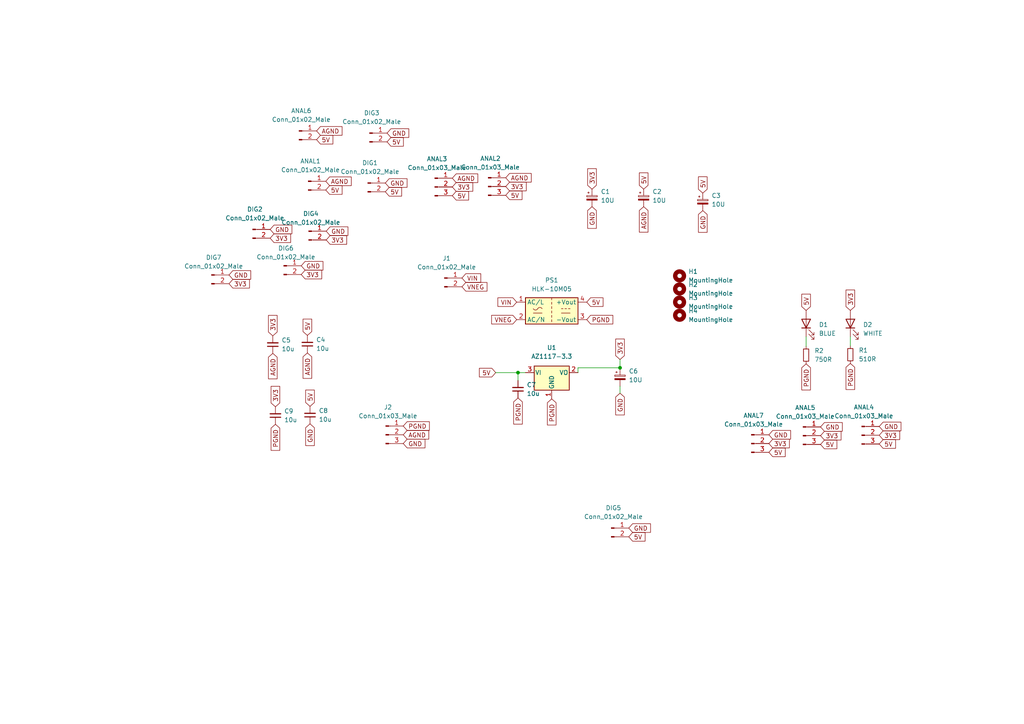
<source format=kicad_sch>
(kicad_sch (version 20230121) (generator eeschema)
  (paper "A4")
  (lib_symbols
    (symbol "Connector:Conn_01x02_Male" (pin_names (offset 1.016) hide)
      (property "Reference" "J" (at 0 2.54 0))
      (property "Value" "Conn_01x02_Male" (at 0 -5.08 0))
      (symbol "Conn_01x02_Male_1_1"
        (polyline (pts (xy 1.27 -2.54) (xy 0.8636 -2.54)) (stroke (width 0.1524)))
        (polyline (pts (xy 1.27 0) (xy 0.8636 0)) (stroke (width 0.1524)))
        (rectangle (start 0.8636 -2.413) (end 0 -2.667) (stroke (width 0.1524)) (fill (type outline)))
        (rectangle (start 0.8636 0.127) (end 0 -0.127) (stroke (width 0.1524)) (fill (type outline)))
        (pin passive line (at 5.08 0 180) (length 3.81) (name "Pin_1") (number "1"))
        (pin passive line (at 5.08 -2.54 180) (length 3.81) (name "Pin_2") (number "2"))
      )
    )
    (symbol "Connector:Conn_01x03_Male" (pin_names (offset 1.016) hide)
      (property "Reference" "J" (at 0 5.08 0))
      (property "Value" "Conn_01x03_Male" (at 0 -5.08 0))
      (symbol "Conn_01x03_Male_1_1"
        (polyline (pts (xy 1.27 -2.54) (xy 0.8636 -2.54)) (stroke (width 0.1524)))
        (polyline (pts (xy 1.27 0) (xy 0.8636 0)) (stroke (width 0.1524)))
        (polyline (pts (xy 1.27 2.54) (xy 0.8636 2.54)) (stroke (width 0.1524)))
        (rectangle (start 0.8636 -2.413) (end 0 -2.667) (stroke (width 0.1524)) (fill (type outline)))
        (rectangle (start 0.8636 0.127) (end 0 -0.127) (stroke (width 0.1524)) (fill (type outline)))
        (rectangle (start 0.8636 2.667) (end 0 2.413) (stroke (width 0.1524)) (fill (type outline)))
        (pin passive line (at 5.08 2.54 180) (length 3.81) (name "Pin_1") (number "1"))
        (pin passive line (at 5.08 0 180) (length 3.81) (name "Pin_2") (number "2"))
        (pin passive line (at 5.08 -2.54 180) (length 3.81) (name "Pin_3") (number "3"))
      )
    )
    (symbol "Converter_ACDC:HLK-PM12"
      (property "Reference" "PS" (at 0 5.08 0))
      (property "Value" "HLK-PM12" (at 0 -5.08 0))
      (symbol "HLK-PM12_0_1"
        (rectangle (start -7.62 3.81) (end 7.62 -3.81) (stroke (width 0.254)) (fill (type background)))
        (arc (start -5.334 0.635) (mid -4.699 0.2495) (end -4.064 0.635))
        (arc (start -2.794 0.635) (mid -3.429 1.0072) (end -4.064 0.635))
        (polyline (pts (xy -5.334 -0.635) (xy -2.794 -0.635)))
        (polyline (pts (xy 0 -2.54) (xy 0 -3.175)))
        (polyline (pts (xy 0 -1.27) (xy 0 -1.905)))
        (polyline (pts (xy 0 0) (xy 0 -0.635)))
        (polyline (pts (xy 0 1.27) (xy 0 0.635)))
        (polyline (pts (xy 0 2.54) (xy 0 1.905)))
        (polyline (pts (xy 0 3.81) (xy 0 3.175)))
        (polyline (pts (xy 2.794 -0.635) (xy 5.334 -0.635)))
        (polyline (pts (xy 2.794 0.635) (xy 3.302 0.635)))
        (polyline (pts (xy 3.81 0.635) (xy 4.318 0.635)))
        (polyline (pts (xy 4.826 0.635) (xy 5.334 0.635)))
      )
      (symbol "HLK-PM12_1_1"
        (pin power_in line (at -10.16 2.54 0) (length 2.54) (name "AC/L") (number "1"))
        (pin power_in line (at -10.16 -2.54 0) (length 2.54) (name "AC/N") (number "2"))
        (pin power_out line (at 10.16 -2.54 180) (length 2.54) (name "-Vout") (number "3"))
        (pin power_out line (at 10.16 2.54 180) (length 2.54) (name "+Vout") (number "4"))
      )
    )
    (symbol "Device:C_Polarized_Small" (pin_numbers hide) (pin_names (offset 0.254) hide)
      (property "Reference" "C" (at 0.254 1.778 0))
      (property "Value" "C_Polarized_Small" (at 0.254 -2.032 0))
      (symbol "C_Polarized_Small_0_1"
        (rectangle (start -1.524 -0.3048) (end 1.524 -0.6858) (fill (type outline)))
        (rectangle (start -1.524 0.6858) (end 1.524 0.3048))
        (polyline (pts (xy -1.27 1.524) (xy -0.762 1.524)))
        (polyline (pts (xy -1.016 1.27) (xy -1.016 1.778)))
      )
      (symbol "C_Polarized_Small_1_1"
        (pin passive line (at 0 2.54 270) (length 1.8542) (name "~") (number "1"))
        (pin passive line (at 0 -2.54 90) (length 1.8542) (name "~") (number "2"))
      )
    )
    (symbol "Device:C_Small" (pin_numbers hide) (pin_names (offset 0.254) hide)
      (property "Reference" "C" (at 0.254 1.778 0))
      (property "Value" "C_Small" (at 0.254 -2.032 0))
      (symbol "C_Small_0_1"
        (polyline (pts (xy -1.524 -0.508) (xy 1.524 -0.508)) (stroke (width 0.3302)))
        (polyline (pts (xy -1.524 0.508) (xy 1.524 0.508)) (stroke (width 0.3048)))
      )
      (symbol "C_Small_1_1"
        (pin passive line (at 0 2.54 270) (length 2.032) (name "~") (number "1"))
        (pin passive line (at 0 -2.54 90) (length 2.032) (name "~") (number "2"))
      )
    )
    (symbol "Device:LED" (pin_numbers hide) (pin_names (offset 1.016) hide)
      (property "Reference" "D" (at 0 2.54 0))
      (property "Value" "LED" (at 0 -2.54 0))
      (symbol "LED_0_1"
        (polyline (pts (xy -1.27 -1.27) (xy -1.27 1.27)) (stroke (width 0.254)))
        (polyline (pts (xy -1.27 0) (xy 1.27 0)))
        (polyline (pts (xy 1.27 -1.27) (xy 1.27 1.27) (xy -1.27 0) (xy 1.27 -1.27)) (stroke (width 0.254)))
        (polyline (pts (xy -3.048 -0.762) (xy -4.572 -2.286) (xy -3.81 -2.286) (xy -4.572 -2.286) (xy -4.572 -1.524)))
        (polyline (pts (xy -1.778 -0.762) (xy -3.302 -2.286) (xy -2.54 -2.286) (xy -3.302 -2.286) (xy -3.302 -1.524)))
      )
      (symbol "LED_1_1"
        (pin passive line (at -3.81 0 0) (length 2.54) (name "K") (number "1"))
        (pin passive line (at 3.81 0 180) (length 2.54) (name "A") (number "2"))
      )
    )
    (symbol "Device:R_Small" (pin_numbers hide) (pin_names (offset 0.254) hide)
      (property "Reference" "R" (at 0.762 0.508 0))
      (property "Value" "R_Small" (at 0.762 -1.016 0))
      (symbol "R_Small_0_1"
        (rectangle (start -0.762 1.778) (end 0.762 -1.778) (stroke (width 0.2032)))
      )
      (symbol "R_Small_1_1"
        (pin passive line (at 0 2.54 270) (length 0.762) (name "~") (number "1"))
        (pin passive line (at 0 -2.54 90) (length 0.762) (name "~") (number "2"))
      )
    )
    (symbol "Mechanical:MountingHole" (pin_names (offset 1.016))
      (property "Reference" "H" (at 0 5.08 0))
      (property "Value" "MountingHole" (at 0 3.175 0))
      (symbol "MountingHole_0_1"
        (circle (center 0 0) (radius 1.27) (stroke (width 1.27)))
      )
    )
    (symbol "Regulator_Linear:AZ1117-3.3" (pin_names (offset 0.254))
      (property "Reference" "U" (at -3.81 3.175 0))
      (property "Value" "AZ1117-3.3" (at 0 3.175 0))
      (symbol "AZ1117-3.3_0_1"
        (rectangle (start -5.08 1.905) (end 5.08 -5.08) (stroke (width 0.254)) (fill (type background)))
      )
      (symbol "AZ1117-3.3_1_1"
        (pin power_in line (at 0 -7.62 90) (length 2.54) (name "GND") (number "1"))
        (pin power_out line (at 7.62 0 180) (length 2.54) (name "VO") (number "2"))
        (pin power_in line (at -7.62 0 0) (length 2.54) (name "VI") (number "3"))
      )
    )
  )
  (junction (at 179.832 106.68))
  (junction (at 150.241 108.077))
  (wire (pts (xy 179.832 106.68) (xy 167.64 106.68)))
  (wire (pts (xy 179.832 106.68) (xy 179.832 106.934)))
  (wire (pts (xy 150.241 110.363) (xy 150.241 108.077)))
  (wire (pts (xy 143.764 108.077) (xy 150.241 108.077)))
  (wire (pts (xy 150.241 108.077) (xy 152.4 108.077)))
  (wire (pts (xy 179.832 104.267) (xy 179.832 106.68)))
  (wire (pts (xy 246.634 97.663) (xy 246.634 100.33)))
  (wire (pts (xy 167.64 106.68) (xy 167.64 108.077)))
  (wire (pts (xy 233.807 97.663) (xy 233.807 100.457)))
  (wire (pts (xy 179.832 114.046) (xy 179.832 112.014)))
  (global_label "3V3" (shape input) (at 79.883 117.983 90) (property "Intersheetrefs" "${INTERSHEET_REFS}" (effects hide)))
  (global_label "GND" (shape input) (at 171.704 59.944 270) (property "Intersheetrefs" "${INTERSHEET_REFS}" (effects hide)))
  (global_label "PGND" (shape input) (at 79.883 123.063 270) (property "Intersheetrefs" "${INTERSHEET_REFS}" (effects hide)))
  (global_label "3V3" (shape input) (at 66.421 82.296 0) (property "Intersheetrefs" "${INTERSHEET_REFS}" (effects hide)))
  (global_label "3V3" (shape input) (at 171.704 54.864 90) (property "Intersheetrefs" "${INTERSHEET_REFS}" (effects hide)))
  (global_label "AGND" (shape input) (at 131.191 51.689 0) (property "Intersheetrefs" "${INTERSHEET_REFS}" (effects hide)))
  (global_label "AGND" (shape input) (at 186.69 59.944 270) (property "Intersheetrefs" "${INTERSHEET_REFS}" (effects hide)))
  (global_label "AGND" (shape input) (at 146.685 51.562 0) (property "Intersheetrefs" "${INTERSHEET_REFS}" (effects hide)))
  (global_label "5V" (shape input) (at 170.18 87.63 0) (property "Intersheetrefs" "${INTERSHEET_REFS}" (effects hide)))
  (global_label "3V3" (shape input) (at 246.634 90.043 90) (property "Intersheetrefs" "${INTERSHEET_REFS}" (effects hide)))
  (global_label "GND" (shape input) (at 78.359 66.548 0) (property "Intersheetrefs" "${INTERSHEET_REFS}" (effects hide)))
  (global_label "GND" (shape input) (at 112.268 38.608 0) (property "Intersheetrefs" "${INTERSHEET_REFS}" (effects hide)))
  (global_label "PGND" (shape input) (at 116.967 123.571 0) (property "Intersheetrefs" "${INTERSHEET_REFS}" (effects hide)))
  (global_label "5V" (shape input) (at 89.916 117.856 90) (property "Intersheetrefs" "${INTERSHEET_REFS}" (effects hide)))
  (global_label "VIN" (shape input) (at 133.985 80.645 0) (property "Intersheetrefs" "${INTERSHEET_REFS}" (effects hide)))
  (global_label "3V3" (shape input) (at 146.685 54.102 0) (property "Intersheetrefs" "${INTERSHEET_REFS}" (effects hide)))
  (global_label "5V" (shape input) (at 112.268 41.148 0) (property "Intersheetrefs" "${INTERSHEET_REFS}" (effects hide)))
  (global_label "5V" (shape input) (at 223.012 131.191 0) (property "Intersheetrefs" "${INTERSHEET_REFS}" (effects hide)))
  (global_label "5V" (shape input) (at 186.69 54.864 90) (property "Intersheetrefs" "${INTERSHEET_REFS}" (effects hide)))
  (global_label "GND" (shape input) (at 179.832 114.046 270) (property "Intersheetrefs" "${INTERSHEET_REFS}" (effects hide)))
  (global_label "PGND" (shape input) (at 233.807 105.537 270) (property "Intersheetrefs" "${INTERSHEET_REFS}" (effects hide)))
  (global_label "3V3" (shape input) (at 78.359 69.088 0) (property "Intersheetrefs" "${INTERSHEET_REFS}" (effects hide)))
  (global_label "5V" (shape input) (at 89.154 97.282 90) (property "Intersheetrefs" "${INTERSHEET_REFS}" (effects hide)))
  (global_label "3V3" (shape input) (at 131.191 54.229 0) (property "Intersheetrefs" "${INTERSHEET_REFS}" (effects hide)))
  (global_label "GND" (shape input) (at 203.835 61.087 270) (property "Intersheetrefs" "${INTERSHEET_REFS}" (effects hide)))
  (global_label "PGND" (shape input) (at 246.634 105.41 270) (property "Intersheetrefs" "${INTERSHEET_REFS}" (effects hide)))
  (global_label "GND" (shape input) (at 66.421 79.756 0) (property "Intersheetrefs" "${INTERSHEET_REFS}" (effects hide)))
  (global_label "GND" (shape input) (at 223.012 126.111 0) (property "Intersheetrefs" "${INTERSHEET_REFS}" (effects hide)))
  (global_label "GND" (shape input) (at 116.967 128.651 0) (property "Intersheetrefs" "${INTERSHEET_REFS}" (effects hide)))
  (global_label "5V" (shape input) (at 111.76 55.626 0) (property "Intersheetrefs" "${INTERSHEET_REFS}" (effects hide)))
  (global_label "VIN" (shape input) (at 149.86 87.63 180) (property "Intersheetrefs" "${INTERSHEET_REFS}" (effects hide)))
  (global_label "5V" (shape input) (at 255.016 128.778 0) (property "Intersheetrefs" "${INTERSHEET_REFS}" (effects hide)))
  (global_label "GND" (shape input) (at 111.76 53.086 0) (property "Intersheetrefs" "${INTERSHEET_REFS}" (effects hide)))
  (global_label "AGND" (shape input) (at 91.821 37.973 0) (property "Intersheetrefs" "${INTERSHEET_REFS}" (effects hide)))
  (global_label "GND" (shape input) (at 237.998 123.825 0) (property "Intersheetrefs" "${INTERSHEET_REFS}" (effects hide)))
  (global_label "AGND" (shape input) (at 79.121 102.489 270) (property "Intersheetrefs" "${INTERSHEET_REFS}" (effects hide)))
  (global_label "3V3" (shape input) (at 237.998 126.365 0) (property "Intersheetrefs" "${INTERSHEET_REFS}" (effects hide)))
  (global_label "VNEG" (shape input) (at 149.86 92.71 180) (property "Intersheetrefs" "${INTERSHEET_REFS}" (effects hide)))
  (global_label "GND" (shape input) (at 255.016 123.698 0) (property "Intersheetrefs" "${INTERSHEET_REFS}" (effects hide)))
  (global_label "PGND" (shape input) (at 150.241 115.443 270) (property "Intersheetrefs" "${INTERSHEET_REFS}" (effects hide)))
  (global_label "5V" (shape input) (at 146.685 56.642 0) (property "Intersheetrefs" "${INTERSHEET_REFS}" (effects hide)))
  (global_label "5V" (shape input) (at 91.821 40.513 0) (property "Intersheetrefs" "${INTERSHEET_REFS}" (effects hide)))
  (global_label "5V" (shape input) (at 131.191 56.769 0) (property "Intersheetrefs" "${INTERSHEET_REFS}" (effects hide)))
  (global_label "5V" (shape input) (at 203.835 56.007 90) (property "Intersheetrefs" "${INTERSHEET_REFS}" (effects hide)))
  (global_label "3V3" (shape input) (at 94.615 69.596 0) (property "Intersheetrefs" "${INTERSHEET_REFS}" (effects hide)))
  (global_label "GND" (shape input) (at 89.916 122.936 270) (property "Intersheetrefs" "${INTERSHEET_REFS}" (effects hide)))
  (global_label "AGND" (shape input) (at 94.488 52.578 0) (property "Intersheetrefs" "${INTERSHEET_REFS}" (effects hide)))
  (global_label "3V3" (shape input) (at 223.012 128.651 0) (property "Intersheetrefs" "${INTERSHEET_REFS}" (effects hide)))
  (global_label "3V3" (shape input) (at 179.832 104.267 90) (property "Intersheetrefs" "${INTERSHEET_REFS}" (effects hide)))
  (global_label "3V3" (shape input) (at 255.016 126.238 0) (property "Intersheetrefs" "${INTERSHEET_REFS}" (effects hide)))
  (global_label "5V" (shape input) (at 237.998 128.905 0) (property "Intersheetrefs" "${INTERSHEET_REFS}" (effects hide)))
  (global_label "5V" (shape input) (at 94.488 55.118 0) (property "Intersheetrefs" "${INTERSHEET_REFS}" (effects hide)))
  (global_label "3V3" (shape input) (at 79.121 97.409 90) (property "Intersheetrefs" "${INTERSHEET_REFS}" (effects hide)))
  (global_label "GND" (shape input) (at 182.372 153.162 0) (property "Intersheetrefs" "${INTERSHEET_REFS}" (effects hide)))
  (global_label "PGND" (shape input) (at 170.18 92.71 0) (property "Intersheetrefs" "${INTERSHEET_REFS}" (effects hide)))
  (global_label "AGND" (shape input) (at 89.154 102.362 270) (property "Intersheetrefs" "${INTERSHEET_REFS}" (effects hide)))
  (global_label "PGND" (shape input) (at 160.02 115.697 270) (property "Intersheetrefs" "${INTERSHEET_REFS}" (effects hide)))
  (global_label "5V" (shape input) (at 233.807 90.043 90) (property "Intersheetrefs" "${INTERSHEET_REFS}" (effects hide)))
  (global_label "5V" (shape input) (at 143.764 108.077 180) (property "Intersheetrefs" "${INTERSHEET_REFS}" (effects hide)))
  (global_label "3V3" (shape input) (at 87.376 79.629 0) (property "Intersheetrefs" "${INTERSHEET_REFS}" (effects hide)))
  (global_label "GND" (shape input) (at 87.376 77.089 0) (property "Intersheetrefs" "${INTERSHEET_REFS}" (effects hide)))
  (global_label "VNEG" (shape input) (at 133.985 83.185 0) (property "Intersheetrefs" "${INTERSHEET_REFS}" (effects hide)))
  (global_label "GND" (shape input) (at 94.615 67.056 0) (property "Intersheetrefs" "${INTERSHEET_REFS}" (effects hide)))
  (global_label "5V" (shape input) (at 182.372 155.702 0) (property "Intersheetrefs" "${INTERSHEET_REFS}" (effects hide)))
  (global_label "AGND" (shape input) (at 116.967 126.111 0) (property "Intersheetrefs" "${INTERSHEET_REFS}" (effects hide)))
  (symbol (lib_id "Connector:Conn_01x02_Male") (at 107.188 38.608 0) (unit 1)
    (property "Reference" "DIG3" (at 107.823 32.766 0))
    (property "Value" "Conn_01x02_Male" (at 107.823 35.306 0))
    (property "Footprint" "Connector_JST:JST_PH_B2B-PH-K_1x02_P2.00mm_Vertical" (effects hide))
  )
  (symbol (lib_id "Connector:Conn_01x02_Male") (at 86.741 37.973 0) (unit 1)
    (property "Reference" "ANAL6" (at 87.376 32.131 0))
    (property "Value" "Conn_01x02_Male" (at 87.376 34.671 0))
    (property "Footprint" "Connector_JST:JST_PH_B2B-PH-K_1x02_P2.00mm_Vertical" (effects hide))
  )
  (symbol (lib_id "Connector:Conn_01x02_Male") (at 89.535 67.056 0) (unit 1)
    (property "Reference" "DIG4" (at 90.17 61.976 0))
    (property "Value" "Conn_01x02_Male" (at 90.17 64.516 0))
    (property "Footprint" "Connector_JST:JST_PH_B2B-PH-K_1x02_P2.00mm_Vertical" (effects hide))
  )
  (symbol (lib_id "Converter_ACDC:HLK-PM12") (at 160.02 90.17 0) (unit 1)
    (property "Reference" "PS1" (at 160.02 81.28 0))
    (property "Value" "HLK-10M05" (at 160.02 83.82 0))
    (property "Footprint" "Components:HLK-10M05" (effects hide))
    (property "Datasheet" "http://www.hlktech.net/product_detail.php?ProId=56" (effects hide))
  )
  (symbol (lib_id "Mechanical:MountingHole") (at 197.104 83.82 0) (unit 1)
    (property "Reference" "H2" (at 199.644 82.5499 0) (effects (justify left)))
    (property "Value" "MountingHole" (at 199.644 85.0899 0) (effects (justify left)))
    (property "Footprint" "MountingHole:MountingHole_3.2mm_M3" (effects hide))
  )
  (symbol (lib_id "Connector:Conn_01x03_Male") (at 232.918 126.365 0) (unit 1)
    (property "Reference" "ANAL5" (at 233.553 118.237 0))
    (property "Value" "Conn_01x03_Male" (at 233.553 120.777 0))
    (property "Footprint" "Connector_JST:JST_PH_B3B-PH-K_1x03_P2.00mm_Vertical" (effects hide))
  )
  (symbol (lib_id "Device:C_Polarized_Small") (at 186.69 57.404 0) (unit 1)
    (property "Reference" "C2" (at 189.23 55.5878 0) (effects (justify left)))
    (property "Value" "10U" (at 189.23 58.1278 0) (effects (justify left)))
    (property "Footprint" "Capacitor_SMD:C_1206_3216Metric_Pad1.33x1.80mm_HandSolder" (effects hide))
  )
  (symbol (lib_id "Device:C_Small") (at 89.154 99.822 180) (unit 1)
    (property "Reference" "C4" (at 91.694 98.5455 0) (effects (justify right)))
    (property "Value" "10u" (at 91.694 101.0855 0) (effects (justify right)))
    (property "Footprint" "Capacitor_SMD:C_1206_3216Metric_Pad1.33x1.80mm_HandSolder" (effects hide))
  )
  (symbol (lib_id "Device:LED") (at 246.634 93.853 90) (unit 1)
    (property "Reference" "D2" (at 250.317 94.1704 90) (effects (justify right)))
    (property "Value" "WHITE" (at 250.317 96.7104 90) (effects (justify right)))
    (property "Footprint" "LED_SMD:LED_0805_2012Metric_Pad1.15x1.40mm_HandSolder" (effects hide))
  )
  (symbol (lib_id "Connector:Conn_01x02_Male") (at 61.341 79.756 0) (unit 1)
    (property "Reference" "DIG7" (at 61.976 74.676 0))
    (property "Value" "Conn_01x02_Male" (at 61.976 77.216 0))
    (property "Footprint" "Connector_JST:JST_PH_B2B-PH-K_1x02_P2.00mm_Vertical" (effects hide))
  )
  (symbol (lib_id "Connector:Conn_01x02_Male") (at 106.68 53.086 0) (unit 1)
    (property "Reference" "DIG1" (at 107.315 47.244 0))
    (property "Value" "Conn_01x02_Male" (at 107.315 49.784 0))
    (property "Footprint" "Connector_JST:JST_PH_B2B-PH-K_1x02_P2.00mm_Vertical" (effects hide))
  )
  (symbol (lib_id "Connector:Conn_01x02_Male") (at 73.279 66.548 0) (unit 1)
    (property "Reference" "DIG2" (at 73.914 60.706 0))
    (property "Value" "Conn_01x02_Male" (at 73.914 63.246 0))
    (property "Footprint" "Connector_JST:JST_PH_B2B-PH-K_1x02_P2.00mm_Vertical" (effects hide))
  )
  (symbol (lib_id "Regulator_Linear:AZ1117-3.3") (at 160.02 108.077 0) (unit 1)
    (property "Reference" "U1" (at 160.02 100.838 0))
    (property "Value" "AZ1117-3.3" (at 160.02 103.378 0))
    (property "Footprint" "Package_TO_SOT_SMD:SOT-223" (effects hide))
    (property "Datasheet" "https://www.diodes.com/assets/Datasheets/AZ1117.pdf" (effects hide))
  )
  (symbol (lib_id "Connector:Conn_01x02_Male") (at 89.408 52.578 0) (unit 1)
    (property "Reference" "ANAL1" (at 90.043 46.736 0))
    (property "Value" "Conn_01x02_Male" (at 90.043 49.276 0))
    (property "Footprint" "Connector_JST:JST_PH_B2B-PH-K_1x02_P2.00mm_Vertical" (effects hide))
  )
  (symbol (lib_id "Connector:Conn_01x03_Male") (at 141.605 54.102 0) (unit 1)
    (property "Reference" "ANAL2" (at 142.24 45.974 0))
    (property "Value" "Conn_01x03_Male" (at 142.24 48.514 0))
    (property "Footprint" "Connector_JST:JST_PH_B3B-PH-K_1x03_P2.00mm_Vertical" (effects hide))
  )
  (symbol (lib_id "Device:R_Small") (at 246.634 102.87 0) (unit 1)
    (property "Reference" "R1" (at 249.047 101.5999 0) (effects (justify left)))
    (property "Value" "510R" (at 249.047 104.1399 0) (effects (justify left)))
    (property "Footprint" "Resistor_SMD:R_0805_2012Metric_Pad1.20x1.40mm_HandSolder" (effects hide))
  )
  (symbol (lib_id "Connector:Conn_01x02_Male") (at 82.296 77.089 0) (unit 1)
    (property "Reference" "DIG6" (at 82.931 72.009 0))
    (property "Value" "Conn_01x02_Male" (at 82.931 74.549 0))
    (property "Footprint" "Connector_JST:JST_PH_B2B-PH-K_1x02_P2.00mm_Vertical" (effects hide))
  )
  (symbol (lib_id "Mechanical:MountingHole") (at 197.104 91.44 0) (unit 1)
    (property "Reference" "H4" (at 199.644 90.1699 0) (effects (justify left)))
    (property "Value" "MountingHole" (at 199.644 92.7099 0) (effects (justify left)))
    (property "Footprint" "MountingHole:MountingHole_3.2mm_M3" (effects hide))
  )
  (symbol (lib_id "Device:C_Polarized_Small") (at 171.704 57.404 0) (unit 1)
    (property "Reference" "C1" (at 174.244 55.5878 0) (effects (justify left)))
    (property "Value" "10U" (at 174.244 58.1278 0) (effects (justify left)))
    (property "Footprint" "Capacitor_SMD:C_1206_3216Metric_Pad1.33x1.80mm_HandSolder" (effects hide))
  )
  (symbol (lib_id "Device:C_Small") (at 150.241 112.903 180) (unit 1)
    (property "Reference" "C7" (at 152.781 111.6265 0) (effects (justify right)))
    (property "Value" "10u" (at 152.781 114.1665 0) (effects (justify right)))
    (property "Footprint" "Capacitor_SMD:C_1206_3216Metric_Pad1.33x1.80mm_HandSolder" (effects hide))
  )
  (symbol (lib_id "Device:C_Small") (at 89.916 120.396 180) (unit 1)
    (property "Reference" "C8" (at 92.456 119.1195 0) (effects (justify right)))
    (property "Value" "10u" (at 92.456 121.6595 0) (effects (justify right)))
    (property "Footprint" "Capacitor_SMD:C_1206_3216Metric_Pad1.33x1.80mm_HandSolder" (effects hide))
  )
  (symbol (lib_id "Mechanical:MountingHole") (at 197.104 87.63 0) (unit 1)
    (property "Reference" "H3" (at 199.644 86.3599 0) (effects (justify left)))
    (property "Value" "MountingHole" (at 199.644 88.8999 0) (effects (justify left)))
    (property "Footprint" "MountingHole:MountingHole_3.2mm_M3" (effects hide))
  )
  (symbol (lib_id "Connector:Conn_01x03_Male") (at 249.936 126.238 0) (unit 1)
    (property "Reference" "ANAL4" (at 250.571 118.11 0))
    (property "Value" "Conn_01x03_Male" (at 250.571 120.65 0))
    (property "Footprint" "Connector_JST:JST_PH_B3B-PH-K_1x03_P2.00mm_Vertical" (effects hide))
  )
  (symbol (lib_id "Connector:Conn_01x03_Male") (at 217.932 128.651 0) (unit 1)
    (property "Reference" "ANAL7" (at 218.567 120.523 0))
    (property "Value" "Conn_01x03_Male" (at 218.567 123.063 0))
    (property "Footprint" "Connector_JST:JST_PH_B3B-PH-K_1x03_P2.00mm_Vertical" (effects hide))
  )
  (symbol (lib_id "Device:C_Small") (at 79.121 99.949 180) (unit 1)
    (property "Reference" "C5" (at 81.661 98.6725 0) (effects (justify right)))
    (property "Value" "10u" (at 81.661 101.2125 0) (effects (justify right)))
    (property "Footprint" "Capacitor_SMD:C_1206_3216Metric_Pad1.33x1.80mm_HandSolder" (effects hide))
  )
  (symbol (lib_id "Connector:Conn_01x02_Male") (at 128.905 80.645 0) (unit 1)
    (property "Reference" "J1" (at 129.54 74.93 0))
    (property "Value" "Conn_01x02_Male" (at 129.54 77.47 0))
    (property "Footprint" "Connector_JST:JST_XH_B2B-XH-A_1x02_P2.50mm_Vertical" (effects hide))
  )
  (symbol (lib_id "Device:C_Polarized_Small") (at 203.835 58.547 0) (unit 1)
    (property "Reference" "C3" (at 206.375 56.7308 0) (effects (justify left)))
    (property "Value" "10U" (at 206.375 59.2708 0) (effects (justify left)))
    (property "Footprint" "Capacitor_SMD:C_1206_3216Metric_Pad1.33x1.80mm_HandSolder" (effects hide))
  )
  (symbol (lib_id "Device:C_Polarized_Small") (at 179.832 109.474 0) (unit 1)
    (property "Reference" "C6" (at 182.372 107.6578 0) (effects (justify left)))
    (property "Value" "10U" (at 182.372 110.1978 0) (effects (justify left)))
    (property "Footprint" "Capacitor_SMD:C_1206_3216Metric_Pad1.33x1.80mm_HandSolder" (effects hide))
  )
  (symbol (lib_id "Mechanical:MountingHole") (at 197.104 80.01 0) (unit 1)
    (property "Reference" "H1" (at 199.644 78.7399 0) (effects (justify left)))
    (property "Value" "MountingHole" (at 199.644 81.2799 0) (effects (justify left)))
    (property "Footprint" "MountingHole:MountingHole_3.2mm_M3" (effects hide))
  )
  (symbol (lib_id "Connector:Conn_01x03_Male") (at 111.887 126.111 0) (unit 1)
    (property "Reference" "J2" (at 112.522 118.11 0))
    (property "Value" "Conn_01x03_Male" (at 112.522 120.65 0))
    (property "Footprint" "Connector_JST:JST_PH_B3B-PH-K_1x03_P2.00mm_Vertical" (effects hide))
  )
  (symbol (lib_id "Connector:Conn_01x02_Male") (at 177.292 153.162 0) (unit 1)
    (property "Reference" "DIG5" (at 177.927 147.32 0))
    (property "Value" "Conn_01x02_Male" (at 177.927 149.86 0))
    (property "Footprint" "Connector_JST:JST_PH_B2B-PH-K_1x02_P2.00mm_Vertical" (effects hide))
  )
  (symbol (lib_id "Device:LED") (at 233.807 93.853 90) (unit 1)
    (property "Reference" "D1" (at 237.49 94.1704 90) (effects (justify right)))
    (property "Value" "BLUE" (at 237.49 96.7104 90) (effects (justify right)))
    (property "Footprint" "LED_SMD:LED_0805_2012Metric_Pad1.15x1.40mm_HandSolder" (effects hide))
  )
  (symbol (lib_id "Device:R_Small") (at 233.807 102.997 0) (unit 1)
    (property "Reference" "R2" (at 236.22 101.7269 0) (effects (justify left)))
    (property "Value" "750R" (at 236.22 104.2669 0) (effects (justify left)))
    (property "Footprint" "Resistor_SMD:R_0805_2012Metric_Pad1.20x1.40mm_HandSolder" (effects hide))
  )
  (symbol (lib_id "Connector:Conn_01x03_Male") (at 126.111 54.229 0) (unit 1)
    (property "Reference" "ANAL3" (at 126.746 46.101 0))
    (property "Value" "Conn_01x03_Male" (at 126.746 48.641 0))
    (property "Footprint" "Connector_JST:JST_PH_B3B-PH-K_1x03_P2.00mm_Vertical" (effects hide))
  )
  (symbol (lib_id "Device:C_Small") (at 79.883 120.523 180) (unit 1)
    (property "Reference" "C9" (at 82.423 119.2465 0) (effects (justify right)))
    (property "Value" "10u" (at 82.423 121.7865 0) (effects (justify right)))
    (property "Footprint" "Capacitor_SMD:C_1206_3216Metric_Pad1.33x1.80mm_HandSolder" (effects hide))
  )
)
</source>
